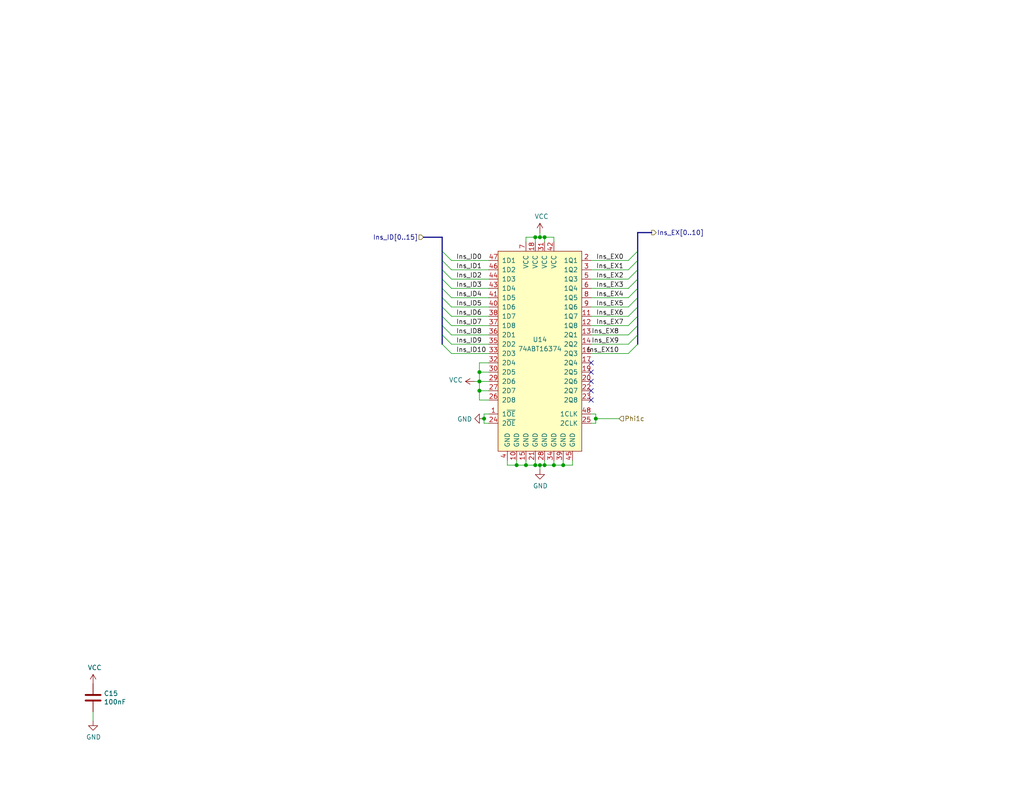
<source format=kicad_sch>
(kicad_sch (version 20230121) (generator eeschema)
  (paper "USLetter")
  (title_block (date "2023-09-25") (rev "C"))
  (lib_symbols
    (symbol "74xx (kicad5):74ABT16374" (pin_names (offset 1.016))
      (property "Reference" "U" (at 0 1.27 0))
      (property "Value" "74ABT16374" (at 0 -1.27 0))
      (symbol "74ABT16374_0_0"
        (pin input line (at -13.97 -20.32 0) (length 2.54) (name "1~{OE}") (number "1"))
        (pin power_in line (at -6.35 -33.02 90) (length 2.54) (name "GND") (number "10"))
        (pin tri_state line (at 13.97 6.35 180) (length 2.54) (name "1Q7") (number "11"))
        (pin tri_state line (at 13.97 3.81 180) (length 2.54) (name "1Q8") (number "12"))
        (pin tri_state line (at 13.97 1.27 180) (length 2.54) (name "2Q1") (number "13"))
        (pin tri_state line (at 13.97 -1.27 180) (length 2.54) (name "2Q2") (number "14"))
        (pin power_in line (at -3.81 -33.02 90) (length 2.54) (name "GND") (number "15"))
        (pin tri_state line (at 13.97 -3.81 180) (length 2.54) (name "2Q3") (number "16"))
        (pin tri_state line (at 13.97 -6.35 180) (length 2.54) (name "2Q4") (number "17"))
        (pin power_in line (at -1.27 26.67 270) (length 2.54) (name "VCC") (number "18"))
        (pin tri_state line (at 13.97 -8.89 180) (length 2.54) (name "2Q5") (number "19"))
        (pin tri_state line (at 13.97 21.59 180) (length 2.54) (name "1Q1") (number "2"))
        (pin tri_state line (at 13.97 -11.43 180) (length 2.54) (name "2Q6") (number "20"))
        (pin power_in line (at -1.27 -33.02 90) (length 2.54) (name "GND") (number "21"))
        (pin tri_state line (at 13.97 -13.97 180) (length 2.54) (name "2Q7") (number "22"))
        (pin tri_state line (at 13.97 -16.51 180) (length 2.54) (name "2Q8") (number "23"))
        (pin input line (at -13.97 -22.86 0) (length 2.54) (name "2~{OE}") (number "24"))
        (pin input line (at 13.97 -22.86 180) (length 2.54) (name "2CLK") (number "25"))
        (pin input line (at -13.97 -16.51 0) (length 2.54) (name "2D8") (number "26"))
        (pin input line (at -13.97 -13.97 0) (length 2.54) (name "2D7") (number "27"))
        (pin power_in line (at 1.27 -33.02 90) (length 2.54) (name "GND") (number "28"))
        (pin input line (at -13.97 -11.43 0) (length 2.54) (name "2D6") (number "29"))
        (pin tri_state line (at 13.97 19.05 180) (length 2.54) (name "1Q2") (number "3"))
        (pin input line (at -13.97 -8.89 0) (length 2.54) (name "2D5") (number "30"))
        (pin power_in line (at 1.27 26.67 270) (length 2.54) (name "VCC") (number "31"))
        (pin input line (at -13.97 -6.35 0) (length 2.54) (name "2D4") (number "32"))
        (pin input line (at -13.97 -3.81 0) (length 2.54) (name "2D3") (number "33"))
        (pin power_in line (at 3.81 -33.02 90) (length 2.54) (name "GND") (number "34"))
        (pin input line (at -13.97 -1.27 0) (length 2.54) (name "2D2") (number "35"))
        (pin input line (at -13.97 1.27 0) (length 2.54) (name "2D1") (number "36"))
        (pin input line (at -13.97 3.81 0) (length 2.54) (name "1D8") (number "37"))
        (pin input line (at -13.97 6.35 0) (length 2.54) (name "1D7") (number "38"))
        (pin power_in line (at 6.35 -33.02 90) (length 2.54) (name "GND") (number "39"))
        (pin power_in line (at -8.89 -33.02 90) (length 2.54) (name "GND") (number "4"))
        (pin input line (at -13.97 8.89 0) (length 2.54) (name "1D6") (number "40"))
        (pin input line (at -13.97 11.43 0) (length 2.54) (name "1D5") (number "41"))
        (pin power_in line (at 3.81 26.67 270) (length 2.54) (name "VCC") (number "42"))
        (pin input line (at -13.97 13.97 0) (length 2.54) (name "1D4") (number "43"))
        (pin input line (at -13.97 16.51 0) (length 2.54) (name "1D3") (number "44"))
        (pin power_in line (at 8.89 -33.02 90) (length 2.54) (name "GND") (number "45"))
        (pin input line (at -13.97 19.05 0) (length 2.54) (name "1D2") (number "46"))
        (pin input line (at -13.97 21.59 0) (length 2.54) (name "1D1") (number "47"))
        (pin input line (at 13.97 -20.32 180) (length 2.54) (name "1CLK") (number "48"))
        (pin tri_state line (at 13.97 16.51 180) (length 2.54) (name "1Q3") (number "5"))
        (pin tri_state line (at 13.97 13.97 180) (length 2.54) (name "1Q4") (number "6"))
        (pin power_in line (at -3.81 26.67 270) (length 2.54) (name "VCC") (number "7"))
        (pin tri_state line (at 13.97 11.43 180) (length 2.54) (name "1Q5") (number "8"))
        (pin tri_state line (at 13.97 8.89 180) (length 2.54) (name "1Q6") (number "9"))
      )
      (symbol "74ABT16374_0_1"
        (rectangle (start -11.43 24.13) (end 11.43 -30.48) (fill (type background)))
      )
    )
    (symbol "Device:C" (pin_numbers hide) (pin_names (offset 0.254))
      (property "Reference" "C" (at 0.635 2.54 0))
      (property "Value" "C" (at 0.635 -2.54 0))
      (symbol "C_0_1"
        (polyline (pts (xy -2.032 -0.762) (xy 2.032 -0.762)) (stroke (width 0.508)))
        (polyline (pts (xy -2.032 0.762) (xy 2.032 0.762)) (stroke (width 0.508)))
      )
      (symbol "C_1_1"
        (pin passive line (at 0 3.81 270) (length 2.794) (name "~") (number "1"))
        (pin passive line (at 0 -3.81 90) (length 2.794) (name "~") (number "2"))
      )
    )
    (symbol "power:GND" (power) (pin_names (offset 0))
      (property "Value" "GND" (at 0 -3.81 0))
      (symbol "GND_0_1"
        (polyline (pts (xy 0 0) (xy 0 -1.27) (xy 1.27 -1.27) (xy 0 -2.54) (xy -1.27 -1.27) (xy 0 -1.27)))
      )
      (symbol "GND_1_1"
        (pin power_in line (at 0 0 270) (length 0) hide (name "GND") (number "1"))
      )
    )
    (symbol "power:VCC" (power) (pin_names (offset 0))
      (property "Value" "VCC" (at 0 3.81 0))
      (symbol "VCC_0_1"
        (polyline (pts (xy -0.762 1.27) (xy 0 2.54)))
        (polyline (pts (xy 0 0) (xy 0 2.54)))
        (polyline (pts (xy 0 2.54) (xy 0.762 1.27)))
      )
      (symbol "VCC_1_1"
        (pin power_in line (at 0 0 90) (length 0) hide (name "VCC") (number "1"))
      )
    )
  )
  (junction (at 148.59 127))
  (junction (at 162.56 114.3))
  (junction (at 147.32 127))
  (junction (at 147.32 64.77))
  (junction (at 151.13 127))
  (junction (at 146.05 64.77))
  (junction (at 130.81 106.68))
  (junction (at 140.97 127))
  (junction (at 130.81 104.14))
  (junction (at 132.08 114.3))
  (junction (at 146.05 127))
  (junction (at 148.59 64.77))
  (junction (at 143.51 127))
  (junction (at 130.81 101.6))
  (junction (at 153.67 127))
  (no_connect (at 161.29 106.68))
  (no_connect (at 161.29 104.14))
  (no_connect (at 161.29 101.6))
  (no_connect (at 161.29 109.22))
  (no_connect (at 161.29 99.06))
  (bus_entry (at 173.99 93.98) (size -2.54 2.54))
  (bus_entry (at 173.99 88.9) (size -2.54 2.54))
  (bus_entry (at 173.99 91.44) (size -2.54 2.54))
  (bus_entry (at 173.99 71.12) (size -2.54 2.54))
  (bus_entry (at 120.65 91.44) (size 2.54 2.54))
  (bus_entry (at 120.65 93.98) (size 2.54 2.54))
  (bus_entry (at 120.65 88.9) (size 2.54 2.54))
  (bus_entry (at 120.65 78.74) (size 2.54 2.54))
  (bus_entry (at 120.65 76.2) (size 2.54 2.54))
  (bus_entry (at 120.65 68.58) (size 2.54 2.54))
  (bus_entry (at 120.65 81.28) (size 2.54 2.54))
  (bus_entry (at 173.99 68.58) (size -2.54 2.54))
  (bus_entry (at 173.99 81.28) (size -2.54 2.54))
  (bus_entry (at 173.99 86.36) (size -2.54 2.54))
  (bus_entry (at 173.99 78.74) (size -2.54 2.54))
  (bus_entry (at 120.65 73.66) (size 2.54 2.54))
  (bus_entry (at 173.99 73.66) (size -2.54 2.54))
  (bus_entry (at 173.99 76.2) (size -2.54 2.54))
  (bus_entry (at 120.65 83.82) (size 2.54 2.54))
  (bus_entry (at 173.99 83.82) (size -2.54 2.54))
  (bus_entry (at 120.65 71.12) (size 2.54 2.54))
  (bus_entry (at 120.65 86.36) (size 2.54 2.54))
  (wire (pts (xy 130.81 101.6) (xy 130.81 104.14)))
  (wire (pts (xy 133.35 106.68) (xy 130.81 106.68)))
  (wire (pts (xy 171.45 93.98) (xy 161.29 93.98)))
  (bus (pts (xy 115.57 64.77) (xy 120.65 64.77)))
  (wire (pts (xy 132.08 113.03) (xy 132.08 114.3)))
  (wire (pts (xy 171.45 86.36) (xy 161.29 86.36)))
  (wire (pts (xy 171.45 91.44) (xy 161.29 91.44)))
  (bus (pts (xy 173.99 78.74) (xy 173.99 81.28)))
  (bus (pts (xy 173.99 73.66) (xy 173.99 76.2)))
  (wire (pts (xy 171.45 83.82) (xy 161.29 83.82)))
  (wire (pts (xy 147.32 127) (xy 148.59 127)))
  (wire (pts (xy 162.56 114.3) (xy 168.91 114.3)))
  (wire (pts (xy 162.56 114.3) (xy 162.56 115.57)))
  (wire (pts (xy 130.81 109.22) (xy 133.35 109.22)))
  (wire (pts (xy 133.35 99.06) (xy 130.81 99.06)))
  (wire (pts (xy 171.45 73.66) (xy 161.29 73.66)))
  (bus (pts (xy 173.99 86.36) (xy 173.99 88.9)))
  (wire (pts (xy 147.32 127) (xy 147.32 128.27)))
  (wire (pts (xy 171.45 81.28) (xy 161.29 81.28)))
  (wire (pts (xy 123.19 73.66) (xy 133.35 73.66)))
  (bus (pts (xy 173.99 83.82) (xy 173.99 86.36)))
  (wire (pts (xy 123.19 88.9) (xy 133.35 88.9)))
  (wire (pts (xy 171.45 88.9) (xy 161.29 88.9)))
  (wire (pts (xy 133.35 104.14) (xy 130.81 104.14)))
  (wire (pts (xy 123.19 76.2) (xy 133.35 76.2)))
  (wire (pts (xy 153.67 127) (xy 156.21 127)))
  (wire (pts (xy 148.59 125.73) (xy 148.59 127)))
  (wire (pts (xy 143.51 127) (xy 146.05 127)))
  (bus (pts (xy 173.99 76.2) (xy 173.99 78.74)))
  (wire (pts (xy 148.59 66.04) (xy 148.59 64.77)))
  (wire (pts (xy 147.32 64.77) (xy 148.59 64.77)))
  (wire (pts (xy 146.05 66.04) (xy 146.05 64.77)))
  (wire (pts (xy 140.97 125.73) (xy 140.97 127)))
  (wire (pts (xy 133.35 101.6) (xy 130.81 101.6)))
  (wire (pts (xy 133.35 113.03) (xy 132.08 113.03)))
  (bus (pts (xy 120.65 64.77) (xy 120.65 68.58)))
  (wire (pts (xy 123.19 81.28) (xy 133.35 81.28)))
  (wire (pts (xy 143.51 66.04) (xy 143.51 64.77)))
  (bus (pts (xy 120.65 91.44) (xy 120.65 93.98)))
  (wire (pts (xy 123.19 96.52) (xy 133.35 96.52)))
  (bus (pts (xy 120.65 73.66) (xy 120.65 76.2)))
  (wire (pts (xy 171.45 78.74) (xy 161.29 78.74)))
  (bus (pts (xy 120.65 76.2) (xy 120.65 78.74)))
  (bus (pts (xy 120.65 68.58) (xy 120.65 71.12)))
  (wire (pts (xy 156.21 127) (xy 156.21 125.73)))
  (wire (pts (xy 151.13 64.77) (xy 151.13 66.04)))
  (bus (pts (xy 173.99 91.44) (xy 173.99 93.98)))
  (wire (pts (xy 146.05 64.77) (xy 147.32 64.77)))
  (bus (pts (xy 120.65 83.82) (xy 120.65 86.36)))
  (bus (pts (xy 120.65 81.28) (xy 120.65 83.82)))
  (bus (pts (xy 173.99 68.58) (xy 173.99 71.12)))
  (wire (pts (xy 138.43 127) (xy 140.97 127)))
  (bus (pts (xy 120.65 88.9) (xy 120.65 91.44)))
  (wire (pts (xy 171.45 71.12) (xy 161.29 71.12)))
  (wire (pts (xy 123.19 83.82) (xy 133.35 83.82)))
  (wire (pts (xy 153.67 125.73) (xy 153.67 127)))
  (wire (pts (xy 161.29 113.03) (xy 162.56 113.03)))
  (wire (pts (xy 123.19 86.36) (xy 133.35 86.36)))
  (wire (pts (xy 151.13 127) (xy 153.67 127)))
  (bus (pts (xy 120.65 78.74) (xy 120.65 81.28)))
  (bus (pts (xy 173.99 71.12) (xy 173.99 73.66)))
  (bus (pts (xy 120.65 71.12) (xy 120.65 73.66)))
  (wire (pts (xy 130.81 99.06) (xy 130.81 101.6)))
  (wire (pts (xy 132.08 115.57) (xy 133.35 115.57)))
  (wire (pts (xy 123.19 71.12) (xy 133.35 71.12)))
  (wire (pts (xy 123.19 78.74) (xy 133.35 78.74)))
  (wire (pts (xy 123.19 91.44) (xy 133.35 91.44)))
  (wire (pts (xy 148.59 127) (xy 151.13 127)))
  (wire (pts (xy 143.51 125.73) (xy 143.51 127)))
  (wire (pts (xy 171.45 76.2) (xy 161.29 76.2)))
  (bus (pts (xy 120.65 86.36) (xy 120.65 88.9)))
  (bus (pts (xy 173.99 88.9) (xy 173.99 91.44)))
  (wire (pts (xy 25.4 196.85) (xy 25.4 194.31)))
  (bus (pts (xy 177.8 63.5) (xy 173.99 63.5)))
  (bus (pts (xy 173.99 63.5) (xy 173.99 68.58)))
  (wire (pts (xy 147.32 63.5) (xy 147.32 64.77)))
  (wire (pts (xy 162.56 113.03) (xy 162.56 114.3)))
  (wire (pts (xy 132.08 114.3) (xy 132.08 115.57)))
  (wire (pts (xy 143.51 64.77) (xy 146.05 64.77)))
  (wire (pts (xy 130.81 104.14) (xy 130.81 106.68)))
  (wire (pts (xy 148.59 64.77) (xy 151.13 64.77)))
  (wire (pts (xy 146.05 127) (xy 147.32 127)))
  (wire (pts (xy 140.97 127) (xy 143.51 127)))
  (bus (pts (xy 173.99 81.28) (xy 173.99 83.82)))
  (wire (pts (xy 171.45 96.52) (xy 161.29 96.52)))
  (wire (pts (xy 130.81 104.14) (xy 129.54 104.14)))
  (wire (pts (xy 151.13 125.73) (xy 151.13 127)))
  (wire (pts (xy 162.56 115.57) (xy 161.29 115.57)))
  (wire (pts (xy 123.19 93.98) (xy 133.35 93.98)))
  (wire (pts (xy 146.05 125.73) (xy 146.05 127)))
  (wire (pts (xy 138.43 125.73) (xy 138.43 127)))
  (wire (pts (xy 130.81 106.68) (xy 130.81 109.22)))
  (label "Ins_EX1" (at 170.18 73.66 180))
  (label "Ins_ID2" (at 124.46 76.2 0))
  (label "Ins_EX0" (at 170.18 71.12 180))
  (label "Ins_EX4" (at 170.18 81.28 180))
  (label "Ins_EX7" (at 170.18 88.9 180))
  (label "Ins_ID7" (at 124.46 88.9 0))
  (label "Ins_ID9" (at 124.46 93.98 0))
  (label "Ins_EX10" (at 168.91 96.52 180))
  (label "Ins_EX9" (at 168.91 93.98 180))
  (label "Ins_ID8" (at 124.46 91.44 0))
  (label "Ins_ID5" (at 124.46 83.82 0))
  (label "Ins_ID10" (at 124.46 96.52 0))
  (label "Ins_EX2" (at 170.18 76.2 180))
  (label "Ins_ID3" (at 124.46 78.74 0))
  (label "Ins_ID6" (at 124.46 86.36 0))
  (label "Ins_ID4" (at 124.46 81.28 0))
  (label "Ins_EX5" (at 170.18 83.82 180))
  (label "Ins_EX8" (at 168.91 91.44 180))
  (label "Ins_EX6" (at 170.18 86.36 180))
  (label "Ins_ID0" (at 124.46 71.12 0))
  (label "Ins_ID1" (at 124.46 73.66 0))
  (label "Ins_EX3" (at 170.18 78.74 180))
  (hierarchical_label "Ins_EX[0..10]" (shape output) (at 177.8 63.5 0))
  (hierarchical_label "Phi1c" (shape input) (at 168.91 114.3 0))
  (hierarchical_label "Ins_ID[0..15]" (shape input) (at 115.57 64.77 180))
  (symbol (lib_id "power:GND") (at 132.08 114.3 270) (unit 1)
    (property "Reference" "#PWR067" (effects hide))
    (property "Value" "GND" (at 128.8288 114.427 90) (effects (justify right)))
  )
  (symbol (lib_id "Device:C") (at 25.4 190.5 0) (unit 1)
    (property "Reference" "C15" (at 28.321 189.3316 0) (effects (justify left)))
    (property "Value" "100nF" (at 28.321 191.643 0) (effects (justify left)))
    (property "Footprint" "Capacitor_SMD:C_0603_1608Metric_Pad1.08x0.95mm_HandSolder" (effects hide))
    (property "Mouser" "https://www.mouser.com/ProductDetail/963-EMK107B7104KAHT" (effects hide))
  )
  (symbol (lib_id "power:VCC") (at 25.4 186.69 0) (unit 1)
    (property "Reference" "#PWR064" (effects hide))
    (property "Value" "VCC" (at 25.8318 182.2958 0))
  )
  (symbol (lib_id "power:GND") (at 25.4 196.85 0) (unit 1)
    (property "Reference" "#PWR065" (effects hide))
    (property "Value" "GND" (at 25.527 201.2442 0))
  )
  (symbol (lib_id "power:VCC") (at 129.54 104.14 90) (unit 1)
    (property "Reference" "#PWR066" (effects hide))
    (property "Value" "VCC" (at 126.3142 103.759 90) (effects (justify left)))
  )
  (symbol (lib_id "power:VCC") (at 147.32 63.5 0) (unit 1)
    (property "Reference" "#PWR068" (effects hide))
    (property "Value" "VCC" (at 147.7518 59.1058 0))
  )
  (symbol (lib_id "power:GND") (at 147.32 128.27 0) (unit 1)
    (property "Reference" "#PWR069" (effects hide))
    (property "Value" "GND" (at 147.447 132.6642 0))
  )
  (symbol (lib_id "74xx (kicad5):74ABT16374") (at 147.32 92.71 0) (unit 1)
    (property "Reference" "U14" (at 147.32 92.71 0))
    (property "Value" "74ABT16374" (at 147.32 95.25 0))
    (property "Footprint" "Package_SO:TSSOP-48_8x12.5mm_P0.5mm" (effects hide))
    (property "Datasheet" "https://www.ti.com/lit/ds/symlink/sn74abt16374a.pdf?HQS=dis-mous-null-mousermode-dsf-pf-null-wwe&ts=1617318801237" (effects hide))
    (property "Mouser" "https://www.mouser.com/ProductDetail/Texas-Instruments/SN74ABT16374ADGGR?qs=%2Fha2pyFadui8Wf%2F61v2joCyY9bOa3peBR5btn0VUHs8%3D" (effects hide))
  )
)
</source>
